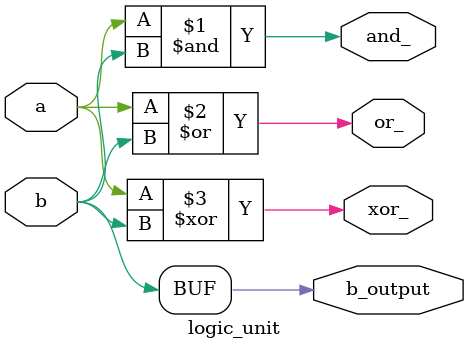
<source format=v>
`timescale 1ns / 1ps


module logic_unit(
    input a,
    input b,
    output and_,
    output or_,
    output xor_,
    output b_output
    );
    
    assign and_ = a & b;
    assign or_ = a | b;
    assign xor_ = a ^ b;
    assign b_output = b;
    
endmodule

</source>
